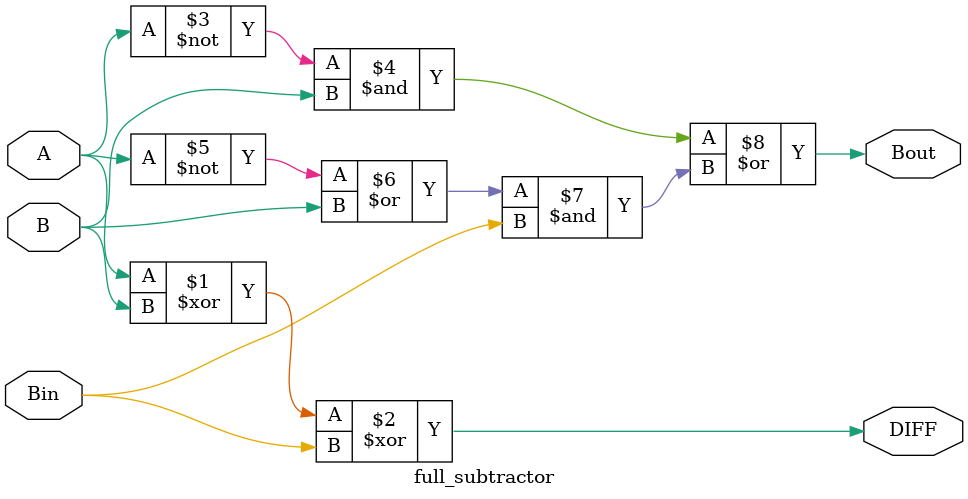
<source format=v>
`timescale 1ns / 1ps

module full_subtractor(
    input  wire A,        // Minuend
    input  wire B,        // Subtrahend
    input  wire Bin,      // Borrow-in
    output wire DIFF,     // Difference
    output wire Bout      // Borrow-out
);

// Difference = A ⊕ B ⊕ Bin
assign DIFF = A ^ B ^ Bin;

// Borrow-out logic:
// Bout = (~A & B) | ((~A | B) & Bin)
assign Bout = (~A & B) | ((~A | B) & Bin);

endmodule

</source>
